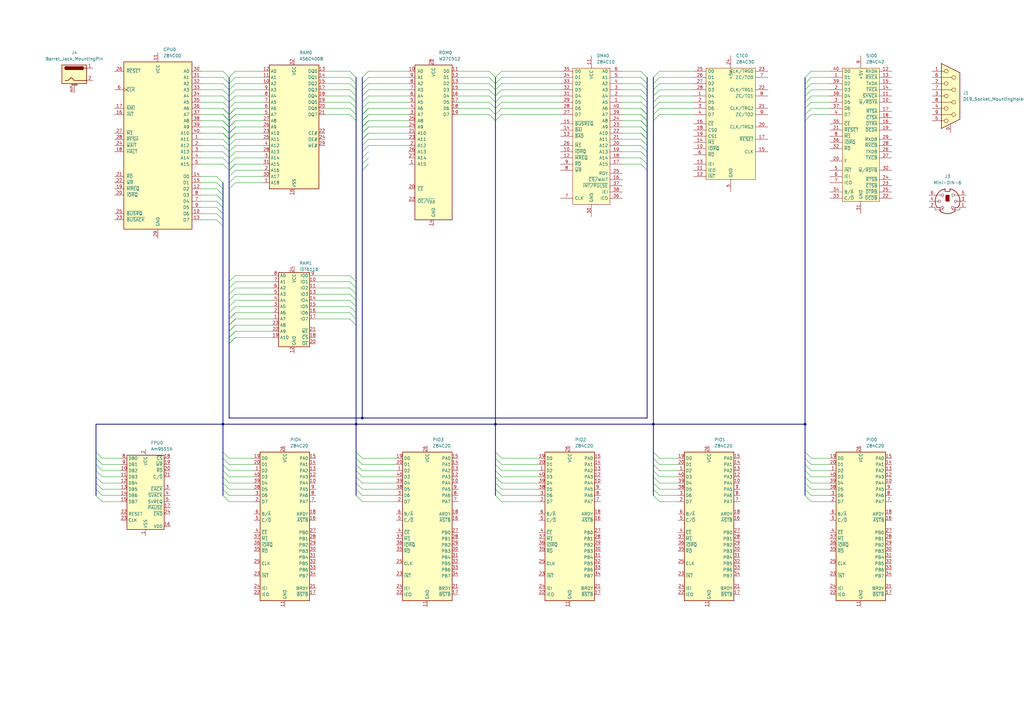
<source format=kicad_sch>
(kicad_sch (version 20250114) (generator "eeschema") (generator_version "9.0")
  (paper "A3")
  (title_block (title "Carbon Z80 - 4x Slots & Mode 2 Ints") (date "2025-02-27") (rev "1") (company "Jules Carboni"))
  (junction (at 148.59 171.45))
  (junction (at 267.97 173.99))
  (junction (at 203.2 173.99))
  (junction (at 330.2 173.99))
  (junction (at 91.44 173.99))
  (junction (at 146.05 173.99))
  (bus_entry (at 96.52 135.89) (size -2.54 2.54))
  (bus_entry (at 205.74 31.75) (size -2.54 2.54))
  (bus_entry (at 270.51 39.37) (size -2.54 2.54))
  (bus_entry (at 262.89 41.91) (size 2.54 2.54))
  (bus_entry (at 200.66 29.21) (size 2.54 2.54))
  (bus_entry (at 96.52 34.29) (size -2.54 2.54))
  (bus_entry (at 96.52 125.73) (size -2.54 2.54))
  (bus_entry (at 96.52 128.27) (size -2.54 2.54))
  (bus_entry (at 262.89 64.77) (size 2.54 2.54))
  (bus_entry (at 270.51 46.99) (size -2.54 2.54))
  (bus_entry (at 151.13 62.23) (size -2.54 2.54))
  (bus_entry (at 205.74 205.74) (size -2.54 -2.54))
  (bus_entry (at 96.52 133.35) (size -2.54 2.54))
  (bus_entry (at 270.51 190.5) (size -2.54 -2.54))
  (bus_entry (at 143.51 34.29) (size 2.54 2.54))
  (bus_entry (at 96.52 62.23) (size -2.54 2.54))
  (bus_entry (at 91.44 34.29) (size 2.54 2.54))
  (bus_entry (at 200.66 41.91) (size 2.54 2.54))
  (bus_entry (at 262.89 57.15) (size 2.54 2.54))
  (bus_entry (at 91.44 29.21) (size 2.54 2.54))
  (bus_entry (at 262.89 54.61) (size 2.54 2.54))
  (bus_entry (at 41.91 198.12) (size -2.54 -2.54))
  (bus_entry (at 148.59 200.66) (size -2.54 -2.54))
  (bus_entry (at 332.74 205.74) (size -2.54 -2.54))
  (bus_entry (at 262.89 46.99) (size 2.54 2.54))
  (bus_entry (at 205.74 203.2) (size -2.54 -2.54))
  (bus_entry (at 148.59 187.96) (size -2.54 -2.54))
  (bus_entry (at 143.51 29.21) (size 2.54 2.54))
  (bus_entry (at 200.66 31.75) (size 2.54 2.54))
  (bus_entry (at 332.74 200.66) (size -2.54 -2.54))
  (bus_entry (at 143.51 46.99) (size 2.54 2.54))
  (bus_entry (at 148.59 205.74) (size -2.54 -2.54))
  (bus_entry (at 96.52 69.85) (size -2.54 2.54))
  (bus_entry (at 91.44 39.37) (size 2.54 2.54))
  (bus_entry (at 96.52 49.53) (size -2.54 2.54))
  (bus_entry (at 262.89 54.61) (size 2.54 2.54))
  (bus_entry (at 205.74 34.29) (size -2.54 2.54))
  (bus_entry (at 270.51 36.83) (size -2.54 2.54))
  (bus_entry (at 91.44 46.99) (size 2.54 2.54))
  (bus_entry (at 143.51 44.45) (size 2.54 2.54))
  (bus_entry (at 143.51 120.65) (size 2.54 2.54))
  (bus_entry (at 143.51 115.57) (size 2.54 2.54))
  (bus_entry (at 262.89 49.53) (size 2.54 2.54))
  (bus_entry (at 332.74 29.21) (size -2.54 2.54))
  (bus_entry (at 200.66 46.99) (size 2.54 2.54))
  (bus_entry (at 151.13 34.29) (size -2.54 2.54))
  (bus_entry (at 262.89 46.99) (size 2.54 2.54))
  (bus_entry (at 96.52 128.27) (size -2.54 2.54))
  (bus_entry (at 332.74 203.2) (size -2.54 -2.54))
  (bus_entry (at 93.98 203.2) (size -2.54 -2.54))
  (bus_entry (at 91.44 54.61) (size 2.54 2.54))
  (bus_entry (at 200.66 44.45) (size 2.54 2.54))
  (bus_entry (at 93.98 187.96) (size -2.54 -2.54))
  (bus_entry (at 96.52 52.07) (size -2.54 2.54))
  (bus_entry (at 96.52 49.53) (size -2.54 2.54))
  (bus_entry (at 270.51 29.21) (size -2.54 2.54))
  (bus_entry (at 151.13 46.99) (size -2.54 2.54))
  (bus_entry (at 205.74 190.5) (size -2.54 -2.54))
  (bus_entry (at 96.52 133.35) (size -2.54 2.54))
  (bus_entry (at 88.9 80.01) (size 2.54 2.54))
  (bus_entry (at 332.74 187.96) (size -2.54 -2.54))
  (bus_entry (at 143.51 125.73) (size 2.54 2.54))
  (bus_entry (at 91.44 64.77) (size 2.54 2.54))
  (bus_entry (at 200.66 34.29) (size 2.54 2.54))
  (bus_entry (at 151.13 52.07) (size -2.54 2.54))
  (bus_entry (at 143.51 128.27) (size 2.54 2.54))
  (bus_entry (at 41.91 195.58) (size -2.54 -2.54))
  (bus_entry (at 93.98 205.74) (size -2.54 -2.54))
  (bus_entry (at 91.44 52.07) (size 2.54 2.54))
  (bus_entry (at 91.44 67.31) (size 2.54 2.54))
  (bus_entry (at 96.52 59.69) (size -2.54 2.54))
  (bus_entry (at 91.44 49.53) (size 2.54 2.54))
  (bus_entry (at 332.74 46.99) (size -2.54 2.54))
  (bus_entry (at 143.51 123.19) (size 2.54 2.54))
  (bus_entry (at 151.13 36.83) (size -2.54 2.54))
  (bus_entry (at 88.9 77.47) (size 2.54 2.54))
  (bus_entry (at 270.51 193.04) (size -2.54 -2.54))
  (bus_entry (at 96.52 44.45) (size -2.54 2.54))
  (bus_entry (at 41.91 187.96) (size -2.54 -2.54))
  (bus_entry (at 151.13 41.91) (size -2.54 2.54))
  (bus_entry (at 96.52 64.77) (size -2.54 2.54))
  (bus_entry (at 151.13 64.77) (size -2.54 2.54))
  (bus_entry (at 332.74 41.91) (size -2.54 2.54))
  (bus_entry (at 332.74 193.04) (size -2.54 -2.54))
  (bus_entry (at 262.89 62.23) (size 2.54 2.54))
  (bus_entry (at 143.51 36.83) (size 2.54 2.54))
  (bus_entry (at 88.9 72.39) (size 2.54 2.54))
  (bus_entry (at 96.52 138.43) (size -2.54 2.54))
  (bus_entry (at 262.89 29.21) (size 2.54 2.54))
  (bus_entry (at 205.74 195.58) (size -2.54 -2.54))
  (bus_entry (at 91.44 44.45) (size 2.54 2.54))
  (bus_entry (at 262.89 49.53) (size 2.54 2.54))
  (bus_entry (at 88.9 74.93) (size 2.54 2.54))
  (bus_entry (at 200.66 36.83) (size 2.54 2.54))
  (bus_entry (at 332.74 34.29) (size -2.54 2.54))
  (bus_entry (at 91.44 36.83) (size 2.54 2.54))
  (bus_entry (at 148.59 193.04) (size -2.54 -2.54))
  (bus_entry (at 151.13 59.69) (size -2.54 2.54))
  (bus_entry (at 205.74 187.96) (size -2.54 -2.54))
  (bus_entry (at 270.51 187.96) (size -2.54 -2.54))
  (bus_entry (at 88.9 82.55) (size 2.54 2.54))
  (bus_entry (at 151.13 44.45) (size -2.54 2.54))
  (bus_entry (at 96.52 113.03) (size -2.54 2.54))
  (bus_entry (at 205.74 46.99) (size -2.54 2.54))
  (bus_entry (at 143.51 118.11) (size 2.54 2.54))
  (bus_entry (at 332.74 31.75) (size -2.54 2.54))
  (bus_entry (at 200.66 39.37) (size 2.54 2.54))
  (bus_entry (at 143.51 130.81) (size 2.54 2.54))
  (bus_entry (at 91.44 62.23) (size 2.54 2.54))
  (bus_entry (at 148.59 203.2) (size -2.54 -2.54))
  (bus_entry (at 151.13 39.37) (size -2.54 2.54))
  (bus_entry (at 151.13 54.61) (size -2.54 2.54))
  (bus_entry (at 41.91 193.04) (size -2.54 -2.54))
  (bus_entry (at 91.44 49.53) (size 2.54 2.54))
  (bus_entry (at 270.51 44.45) (size -2.54 2.54))
  (bus_entry (at 96.52 41.91) (size -2.54 2.54))
  (bus_entry (at 41.91 190.5) (size -2.54 -2.54))
  (bus_entry (at 96.52 135.89) (size -2.54 2.54))
  (bus_entry (at 262.89 52.07) (size 2.54 2.54))
  (bus_entry (at 96.52 36.83) (size -2.54 2.54))
  (bus_entry (at 96.52 44.45) (size -2.54 2.54))
  (bus_entry (at 148.59 190.5) (size -2.54 -2.54))
  (bus_entry (at 262.89 39.37) (size 2.54 2.54))
  (bus_entry (at 148.59 195.58) (size -2.54 -2.54))
  (bus_entry (at 151.13 49.53) (size -2.54 2.54))
  (bus_entry (at 262.89 52.07) (size 2.54 2.54))
  (bus_entry (at 205.74 29.21) (size -2.54 2.54))
  (bus_entry (at 270.51 41.91) (size -2.54 2.54))
  (bus_entry (at 96.52 67.31) (size -2.54 2.54))
  (bus_entry (at 91.44 59.69) (size 2.54 2.54))
  (bus_entry (at 96.52 54.61) (size -2.54 2.54))
  (bus_entry (at 262.89 44.45) (size 2.54 2.54))
  (bus_entry (at 151.13 57.15) (size -2.54 2.54))
  (bus_entry (at 93.98 195.58) (size -2.54 -2.54))
  (bus_entry (at 262.89 34.29) (size 2.54 2.54))
  (bus_entry (at 91.44 46.99) (size 2.54 2.54))
  (bus_entry (at 93.98 193.04) (size -2.54 -2.54))
  (bus_entry (at 96.52 138.43) (size -2.54 2.54))
  (bus_entry (at 96.52 130.81) (size -2.54 2.54))
  (bus_entry (at 151.13 67.31) (size -2.54 2.54))
  (bus_entry (at 332.74 190.5) (size -2.54 -2.54))
  (bus_entry (at 96.52 29.21) (size -2.54 2.54))
  (bus_entry (at 262.89 67.31) (size 2.54 2.54))
  (bus_entry (at 96.52 31.75) (size -2.54 2.54))
  (bus_entry (at 270.51 205.74) (size -2.54 -2.54))
  (bus_entry (at 96.52 46.99) (size -2.54 2.54))
  (bus_entry (at 332.74 195.58) (size -2.54 -2.54))
  (bus_entry (at 205.74 36.83) (size -2.54 2.54))
  (bus_entry (at 96.52 67.31) (size -2.54 2.54))
  (bus_entry (at 270.51 31.75) (size -2.54 2.54))
  (bus_entry (at 205.74 39.37) (size -2.54 2.54))
  (bus_entry (at 96.52 39.37) (size -2.54 2.54))
  (bus_entry (at 41.91 200.66) (size -2.54 -2.54))
  (bus_entry (at 93.98 198.12) (size -2.54 -2.54))
  (bus_entry (at 270.51 203.2) (size -2.54 -2.54))
  (bus_entry (at 91.44 54.61) (size 2.54 2.54))
  (bus_entry (at 205.74 200.66) (size -2.54 -2.54))
  (bus_entry (at 205.74 41.91) (size -2.54 2.54))
  (bus_entry (at 270.51 200.66) (size -2.54 -2.54))
  (bus_entry (at 262.89 59.69) (size 2.54 2.54))
  (bus_entry (at 151.13 46.99) (size -2.54 2.54))
  (bus_entry (at 148.59 198.12) (size -2.54 -2.54))
  (bus_entry (at 143.51 39.37) (size 2.54 2.54))
  (bus_entry (at 205.74 44.45) (size -2.54 2.54))
  (bus_entry (at 270.51 195.58) (size -2.54 -2.54))
  (bus_entry (at 332.74 44.45) (size -2.54 2.54))
  (bus_entry (at 96.52 46.99) (size -2.54 2.54))
  (bus_entry (at 205.74 193.04) (size -2.54 -2.54))
  (bus_entry (at 91.44 31.75) (size 2.54 2.54))
  (bus_entry (at 88.9 87.63) (size 2.54 2.54))
  (bus_entry (at 332.74 36.83) (size -2.54 2.54))
  (bus_entry (at 262.89 36.83) (size 2.54 2.54))
  (bus_entry (at 93.98 200.66) (size -2.54 -2.54))
  (bus_entry (at 332.74 198.12) (size -2.54 -2.54))
  (bus_entry (at 205.74 198.12) (size -2.54 -2.54))
  (bus_entry (at 151.13 44.45) (size -2.54 2.54))
  (bus_entry (at 151.13 49.53) (size -2.54 2.54))
  (bus_entry (at 41.91 205.74) (size -2.54 -2.54))
  (bus_entry (at 151.13 31.75) (size -2.54 2.54))
  (bus_entry (at 151.13 52.07) (size -2.54 2.54))
  (bus_entry (at 88.9 85.09) (size 2.54 2.54))
  (bus_entry (at 96.52 72.39) (size -2.54 2.54))
  (bus_entry (at 41.91 203.2) (size -2.54 -2.54))
  (bus_entry (at 93.98 190.5) (size -2.54 -2.54))
  (bus_entry (at 96.52 74.93) (size -2.54 2.54))
  (bus_entry (at 96.52 123.19) (size -2.54 2.54))
  (bus_entry (at 96.52 115.57) (size -2.54 2.54))
  (bus_entry (at 91.44 41.91) (size 2.54 2.54))
  (bus_entry (at 332.74 39.37) (size -2.54 2.54))
  (bus_entry (at 143.51 113.03) (size 2.54 2.54))
  (bus_entry (at 262.89 31.75) (size 2.54 2.54))
  (bus_entry (at 88.9 90.17) (size 2.54 2.54))
  (bus_entry (at 96.52 118.11) (size -2.54 2.54))
  (bus_entry (at 96.52 130.81) (size -2.54 2.54))
  (bus_entry (at 143.51 41.91) (size 2.54 2.54))
  (bus_entry (at 96.52 57.15) (size -2.54 2.54))
  (bus_entry (at 91.44 57.15) (size 2.54 2.54))
  (bus_entry (at 96.52 52.07) (size -2.54 2.54))
  (bus_entry (at 91.44 44.45) (size 2.54 2.54))
  (bus_entry (at 270.51 34.29) (size -2.54 2.54))
  (bus_entry (at 91.44 52.07) (size 2.54 2.54))
  (bus_entry (at 270.51 198.12) (size -2.54 -2.54))
  (bus_entry (at 151.13 29.21) (size -2.54 2.54))
  (bus_entry (at 151.13 54.61) (size -2.54 2.54))
  (bus_entry (at 96.52 54.61) (size -2.54 2.54))
  (bus_entry (at 143.51 31.75) (size 2.54 2.54))
  (bus_entry (at 96.52 120.65) (size -2.54 2.54))
  (bus_entry (at 262.89 44.45) (size 2.54 2.54))
  (bus (pts (xy 93.98 34.29) (xy 93.98 36.83)))
  (wire (pts (xy 93.98 203.2) (xy 104.14 203.2)))
  (bus (pts (xy 267.97 41.91) (xy 267.97 44.45)))
  (bus (pts (xy 91.44 90.17) (xy 91.44 92.71)))
  (wire (pts (xy 255.27 29.21) (xy 262.89 29.21)))
  (bus (pts (xy 91.44 77.47) (xy 91.44 80.01)))
  (wire (pts (xy 82.55 29.21) (xy 91.44 29.21)))
  (wire (pts (xy 167.64 44.45) (xy 151.13 44.45)))
  (bus (pts (xy 267.97 46.99) (xy 267.97 44.45)))
  (bus (pts (xy 146.05 133.35) (xy 146.05 173.99)))
  (bus (pts (xy 93.98 118.11) (xy 93.98 120.65)))
  (bus (pts (xy 267.97 39.37) (xy 267.97 41.91)))
  (wire (pts (xy 129.54 128.27) (xy 143.51 128.27)))
  (wire (pts (xy 82.55 77.47) (xy 88.9 77.47)))
  (wire (pts (xy 167.64 54.61) (xy 151.13 54.61)))
  (bus (pts (xy 91.44 173.99) (xy 91.44 185.42)))
  (bus (pts (xy 148.59 49.53) (xy 148.59 52.07)))
  (bus (pts (xy 148.59 57.15) (xy 148.59 59.69)))
  (bus (pts (xy 267.97 49.53) (xy 267.97 173.99)))
  (wire (pts (xy 96.52 135.89) (xy 111.76 135.89)))
  (bus (pts (xy 93.98 41.91) (xy 93.98 44.45)))
  (wire (pts (xy 41.91 187.96) (xy 49.53 187.96)))
  (bus (pts (xy 91.44 85.09) (xy 91.44 87.63)))
  (wire (pts (xy 96.52 130.81) (xy 111.76 130.81)))
  (bus (pts (xy 267.97 34.29) (xy 267.97 36.83)))
  (wire (pts (xy 270.51 41.91) (xy 284.48 41.91)))
  (wire (pts (xy 167.64 36.83) (xy 151.13 36.83)))
  (wire (pts (xy 96.52 49.53) (xy 107.95 49.53)))
  (wire (pts (xy 270.51 34.29) (xy 284.48 34.29)))
  (bus (pts (xy 146.05 187.96) (xy 146.05 185.42)))
  (wire (pts (xy 205.74 200.66) (xy 220.98 200.66)))
  (bus (pts (xy 146.05 46.99) (xy 146.05 49.53)))
  (wire (pts (xy 96.52 67.31) (xy 107.95 67.31)))
  (bus (pts (xy 148.59 41.91) (xy 148.59 44.45)))
  (wire (pts (xy 270.51 31.75) (xy 284.48 31.75)))
  (wire (pts (xy 129.54 118.11) (xy 143.51 118.11)))
  (wire (pts (xy 167.64 39.37) (xy 151.13 39.37)))
  (wire (pts (xy 255.27 39.37) (xy 262.89 39.37)))
  (wire (pts (xy 96.52 52.07) (xy 107.95 52.07)))
  (wire (pts (xy 205.74 187.96) (xy 220.98 187.96)))
  (bus (pts (xy 146.05 49.53) (xy 146.05 115.57)))
  (wire (pts (xy 148.59 187.96) (xy 162.56 187.96)))
  (wire (pts (xy 270.51 205.74) (xy 278.13 205.74)))
  (wire (pts (xy 205.74 36.83) (xy 229.87 36.83)))
  (bus (pts (xy 93.98 67.31) (xy 93.98 69.85)))
  (wire (pts (xy 332.74 187.96) (xy 340.36 187.96)))
  (bus (pts (xy 146.05 34.29) (xy 146.05 36.83)))
  (wire (pts (xy 255.27 62.23) (xy 262.89 62.23)))
  (wire (pts (xy 270.51 29.21) (xy 284.48 29.21)))
  (bus (pts (xy 330.2 39.37) (xy 330.2 41.91)))
  (bus (pts (xy 93.98 57.15) (xy 93.98 59.69)))
  (wire (pts (xy 205.74 205.74) (xy 220.98 205.74)))
  (bus (pts (xy 267.97 36.83) (xy 267.97 39.37)))
  (wire (pts (xy 96.52 120.65) (xy 111.76 120.65)))
  (wire (pts (xy 255.27 36.83) (xy 262.89 36.83)))
  (wire (pts (xy 332.74 200.66) (xy 340.36 200.66)))
  (wire (pts (xy 82.55 52.07) (xy 91.44 52.07)))
  (bus (pts (xy 91.44 203.2) (xy 91.44 200.66)))
  (bus (pts (xy 265.43 64.77) (xy 265.43 67.31)))
  (wire (pts (xy 82.55 72.39) (xy 88.9 72.39)))
  (wire (pts (xy 148.59 193.04) (xy 162.56 193.04)))
  (wire (pts (xy 205.74 46.99) (xy 229.87 46.99)))
  (wire (pts (xy 332.74 205.74) (xy 340.36 205.74)))
  (bus (pts (xy 265.43 39.37) (xy 265.43 41.91)))
  (wire (pts (xy 148.59 200.66) (xy 162.56 200.66)))
  (bus (pts (xy 146.05 130.81) (xy 146.05 133.35)))
  (bus (pts (xy 146.05 198.12) (xy 146.05 195.58)))
  (wire (pts (xy 82.55 59.69) (xy 91.44 59.69)))
  (wire (pts (xy 205.74 31.75) (xy 229.87 31.75)))
  (bus (pts (xy 265.43 44.45) (xy 265.43 46.99)))
  (wire (pts (xy 96.52 74.93) (xy 107.95 74.93)))
  (wire (pts (xy 93.98 195.58) (xy 104.14 195.58)))
  (wire (pts (xy 270.51 193.04) (xy 278.13 193.04)))
  (bus (pts (xy 267.97 173.99) (xy 330.2 173.99)))
  (bus (pts (xy 91.44 200.66) (xy 91.44 198.12)))
  (bus (pts (xy 265.43 57.15) (xy 265.43 59.69)))
  (bus (pts (xy 93.98 128.27) (xy 93.98 130.81)))
  (bus (pts (xy 93.98 125.73) (xy 93.98 128.27)))
  (bus (pts (xy 148.59 46.99) (xy 148.59 49.53)))
  (wire (pts (xy 205.74 190.5) (xy 220.98 190.5)))
  (bus (pts (xy 203.2 173.99) (xy 203.2 185.42)))
  (bus (pts (xy 330.2 44.45) (xy 330.2 46.99)))
  (wire (pts (xy 96.52 113.03) (xy 111.76 113.03)))
  (wire (pts (xy 332.74 46.99) (xy 340.36 46.99)))
  (bus (pts (xy 91.44 198.12) (xy 91.44 195.58)))
  (wire (pts (xy 270.51 203.2) (xy 278.13 203.2)))
  (bus (pts (xy 93.98 171.45) (xy 148.59 171.45)))
  (bus (pts (xy 39.37 190.5) (xy 39.37 187.96)))
  (wire (pts (xy 96.52 46.99) (xy 107.95 46.99)))
  (bus (pts (xy 91.44 87.63) (xy 91.44 90.17)))
  (wire (pts (xy 41.91 198.12) (xy 49.53 198.12)))
  (bus (pts (xy 330.2 34.29) (xy 330.2 36.83)))
  (bus (pts (xy 330.2 46.99) (xy 330.2 49.53)))
  (bus (pts (xy 146.05 203.2) (xy 146.05 200.66)))
  (bus (pts (xy 39.37 198.12) (xy 39.37 195.58)))
  (wire (pts (xy 270.51 190.5) (xy 278.13 190.5)))
  (bus (pts (xy 330.2 41.91) (xy 330.2 44.45)))
  (wire (pts (xy 96.52 125.73) (xy 111.76 125.73)))
  (wire (pts (xy 133.35 39.37) (xy 143.51 39.37)))
  (bus (pts (xy 93.98 69.85) (xy 93.98 72.39)))
  (wire (pts (xy 82.55 80.01) (xy 88.9 80.01)))
  (bus (pts (xy 148.59 67.31) (xy 148.59 69.85)))
  (wire (pts (xy 270.51 44.45) (xy 284.48 44.45)))
  (wire (pts (xy 187.96 46.99) (xy 200.66 46.99)))
  (bus (pts (xy 148.59 62.23) (xy 148.59 64.77)))
  (bus (pts (xy 267.97 49.53) (xy 267.97 46.99)))
  (bus (pts (xy 330.2 195.58) (xy 330.2 193.04)))
  (wire (pts (xy 129.54 115.57) (xy 143.51 115.57)))
  (wire (pts (xy 332.74 203.2) (xy 340.36 203.2)))
  (bus (pts (xy 93.98 123.19) (xy 93.98 125.73)))
  (wire (pts (xy 167.64 57.15) (xy 151.13 57.15)))
  (wire (pts (xy 82.55 74.93) (xy 88.9 74.93)))
  (wire (pts (xy 167.64 29.21) (xy 151.13 29.21)))
  (wire (pts (xy 255.27 54.61) (xy 262.89 54.61)))
  (wire (pts (xy 82.55 54.61) (xy 91.44 54.61)))
  (wire (pts (xy 332.74 193.04) (xy 340.36 193.04)))
  (wire (pts (xy 255.27 67.31) (xy 262.89 67.31)))
  (wire (pts (xy 129.54 120.65) (xy 143.51 120.65)))
  (wire (pts (xy 129.54 123.19) (xy 143.51 123.19)))
  (wire (pts (xy 82.55 85.09) (xy 88.9 85.09)))
  (bus (pts (xy 93.98 72.39) (xy 93.98 74.93)))
  (wire (pts (xy 133.35 36.83) (xy 143.51 36.83)))
  (wire (pts (xy 148.59 203.2) (xy 162.56 203.2)))
  (wire (pts (xy 82.55 82.55) (xy 88.9 82.55)))
  (bus (pts (xy 148.59 34.29) (xy 148.59 36.83)))
  (bus (pts (xy 146.05 120.65) (xy 146.05 123.19)))
  (bus (pts (xy 265.43 54.61) (xy 265.43 57.15)))
  (bus (pts (xy 265.43 46.99) (xy 265.43 49.53)))
  (wire (pts (xy 96.52 39.37) (xy 107.95 39.37)))
  (bus (pts (xy 148.59 59.69) (xy 148.59 62.23)))
  (wire (pts (xy 255.27 64.77) (xy 262.89 64.77)))
  (bus (pts (xy 265.43 62.23) (xy 265.43 64.77)))
  (bus (pts (xy 39.37 173.99) (xy 39.37 185.42)))
  (bus (pts (xy 203.2 41.91) (xy 203.2 44.45)))
  (bus (pts (xy 265.43 36.83) (xy 265.43 39.37)))
  (wire (pts (xy 82.55 34.29) (xy 91.44 34.29)))
  (wire (pts (xy 41.91 205.74) (xy 49.53 205.74)))
  (wire (pts (xy 205.74 203.2) (xy 220.98 203.2)))
  (bus (pts (xy 91.44 193.04) (xy 91.44 190.5)))
  (bus (pts (xy 203.2 200.66) (xy 203.2 198.12)))
  (wire (pts (xy 255.27 49.53) (xy 262.89 49.53)))
  (wire (pts (xy 133.35 46.99) (xy 143.51 46.99)))
  (wire (pts (xy 41.91 193.04) (xy 49.53 193.04)))
  (bus (pts (xy 39.37 193.04) (xy 39.37 190.5)))
  (wire (pts (xy 96.52 31.75) (xy 107.95 31.75)))
  (wire (pts (xy 270.51 187.96) (xy 278.13 187.96)))
  (bus (pts (xy 148.59 36.83) (xy 148.59 39.37)))
  (wire (pts (xy 96.52 62.23) (xy 107.95 62.23)))
  (bus (pts (xy 146.05 36.83) (xy 146.05 39.37)))
  (wire (pts (xy 187.96 41.91) (xy 200.66 41.91)))
  (bus (pts (xy 91.44 187.96) (xy 91.44 185.42)))
  (wire (pts (xy 82.55 39.37) (xy 91.44 39.37)))
  (wire (pts (xy 148.59 205.74) (xy 162.56 205.74)))
  (bus (pts (xy 330.2 31.75) (xy 330.2 34.29)))
  (wire (pts (xy 82.55 67.31) (xy 91.44 67.31)))
  (bus (pts (xy 146.05 118.11) (xy 146.05 120.65)))
  (wire (pts (xy 187.96 34.29) (xy 200.66 34.29)))
  (wire (pts (xy 93.98 193.04) (xy 104.14 193.04)))
  (bus (pts (xy 91.44 74.93) (xy 91.44 77.47)))
  (bus (pts (xy 91.44 195.58) (xy 91.44 193.04)))
  (wire (pts (xy 93.98 198.12) (xy 104.14 198.12)))
  (wire (pts (xy 332.74 34.29) (xy 340.36 34.29)))
  (wire (pts (xy 96.52 118.11) (xy 111.76 118.11)))
  (bus (pts (xy 93.98 49.53) (xy 93.98 52.07)))
  (wire (pts (xy 93.98 187.96) (xy 104.14 187.96)))
  (bus (pts (xy 330.2 200.66) (xy 330.2 198.12)))
  (wire (pts (xy 96.52 59.69) (xy 107.95 59.69)))
  (bus (pts (xy 39.37 187.96) (xy 39.37 185.42)))
  (wire (pts (xy 270.51 36.83) (xy 284.48 36.83)))
  (bus (pts (xy 330.2 49.53) (xy 330.2 173.99)))
  (wire (pts (xy 82.55 87.63) (xy 88.9 87.63)))
  (wire (pts (xy 255.27 52.07) (xy 262.89 52.07)))
  (wire (pts (xy 255.27 44.45) (xy 262.89 44.45)))
  (bus (pts (xy 91.44 80.01) (xy 91.44 82.55)))
  (wire (pts (xy 96.52 138.43) (xy 111.76 138.43)))
  (wire (pts (xy 133.35 34.29) (xy 143.51 34.29)))
  (wire (pts (xy 332.74 36.83) (xy 340.36 36.83)))
  (bus (pts (xy 203.2 46.99) (xy 203.2 44.45)))
  (wire (pts (xy 332.74 195.58) (xy 340.36 195.58)))
  (bus (pts (xy 93.98 64.77) (xy 93.98 67.31)))
  (wire (pts (xy 332.74 41.91) (xy 340.36 41.91)))
  (wire (pts (xy 82.55 41.91) (xy 91.44 41.91)))
  (bus (pts (xy 203.2 31.75) (xy 203.2 34.29)))
  (bus (pts (xy 146.05 125.73) (xy 146.05 128.27)))
  (wire (pts (xy 133.35 41.91) (xy 143.51 41.91)))
  (bus (pts (xy 93.98 59.69) (xy 93.98 62.23)))
  (wire (pts (xy 332.74 44.45) (xy 340.36 44.45)))
  (wire (pts (xy 82.55 57.15) (xy 91.44 57.15)))
  (wire (pts (xy 255.27 31.75) (xy 262.89 31.75)))
  (wire (pts (xy 167.64 41.91) (xy 151.13 41.91)))
  (bus (pts (xy 146.05 173.99) (xy 91.44 173.99)))
  (bus (pts (xy 330.2 173.99) (xy 330.2 185.42)))
  (bus (pts (xy 146.05 173.99) (xy 203.2 173.99)))
  (wire (pts (xy 187.96 31.75) (xy 200.66 31.75)))
  (wire (pts (xy 148.59 198.12) (xy 162.56 198.12)))
  (bus (pts (xy 146.05 44.45) (xy 146.05 46.99)))
  (bus (pts (xy 265.43 49.53) (xy 265.43 52.07)))
  (bus (pts (xy 203.2 34.29) (xy 203.2 36.83)))
  (wire (pts (xy 270.51 195.58) (xy 278.13 195.58)))
  (bus (pts (xy 93.98 31.75) (xy 93.98 34.29)))
  (wire (pts (xy 187.96 29.21) (xy 200.66 29.21)))
  (bus (pts (xy 93.98 44.45) (xy 93.98 46.99)))
  (wire (pts (xy 205.74 39.37) (xy 229.87 39.37)))
  (bus (pts (xy 330.2 190.5) (xy 330.2 187.96)))
  (wire (pts (xy 205.74 29.21) (xy 229.87 29.21)))
  (wire (pts (xy 332.74 39.37) (xy 340.36 39.37)))
  (wire (pts (xy 167.64 31.75) (xy 151.13 31.75)))
  (wire (pts (xy 96.52 54.61) (xy 107.95 54.61)))
  (wire (pts (xy 96.52 44.45) (xy 107.95 44.45)))
  (wire (pts (xy 96.52 36.83) (xy 107.95 36.83)))
  (wire (pts (xy 205.74 193.04) (xy 220.98 193.04)))
  (bus (pts (xy 39.37 195.58) (xy 39.37 193.04)))
  (bus (pts (xy 203.2 187.96) (xy 203.2 185.42)))
  (bus (pts (xy 146.05 193.04) (xy 146.05 190.5)))
  (bus (pts (xy 267.97 187.96) (xy 267.97 185.42)))
  (bus (pts (xy 330.2 198.12) (xy 330.2 195.58)))
  (bus (pts (xy 330.2 187.96) (xy 330.2 185.42)))
  (wire (pts (xy 96.52 64.77) (xy 107.95 64.77)))
  (wire (pts (xy 96.52 29.21) (xy 107.95 29.21)))
  (wire (pts (xy 332.74 190.5) (xy 340.36 190.5)))
  (wire (pts (xy 205.74 195.58) (xy 220.98 195.58)))
  (bus (pts (xy 93.98 77.47) (xy 93.98 115.57)))
  (wire (pts (xy 270.51 39.37) (xy 284.48 39.37)))
  (bus (pts (xy 39.37 173.99) (xy 91.44 173.99)))
  (wire (pts (xy 270.51 198.12) (xy 278.13 198.12)))
  (bus (pts (xy 203.2 49.53) (xy 203.2 173.99)))
  (wire (pts (xy 205.74 34.29) (xy 229.87 34.29)))
  (bus (pts (xy 267.97 198.12) (xy 267.97 195.58)))
  (bus (pts (xy 146.05 123.19) (xy 146.05 125.73)))
  (wire (pts (xy 133.35 31.75) (xy 143.51 31.75)))
  (wire (pts (xy 205.74 44.45) (xy 229.87 44.45)))
  (wire (pts (xy 96.52 72.39) (xy 107.95 72.39)))
  (wire (pts (xy 82.55 46.99) (xy 91.44 46.99)))
  (bus (pts (xy 91.44 190.5) (xy 91.44 187.96)))
  (wire (pts (xy 41.91 203.2) (xy 49.53 203.2)))
  (bus (pts (xy 146.05 31.75) (xy 146.05 34.29)))
  (bus (pts (xy 146.05 115.57) (xy 146.05 118.11)))
  (wire (pts (xy 167.64 52.07) (xy 151.13 52.07)))
  (wire (pts (xy 93.98 200.66) (xy 104.14 200.66)))
  (wire (pts (xy 255.27 34.29) (xy 262.89 34.29)))
  (wire (pts (xy 82.55 90.17) (xy 88.9 90.17)))
  (wire (pts (xy 167.64 49.53) (xy 151.13 49.53)))
  (bus (pts (xy 93.98 120.65) (xy 93.98 123.19)))
  (bus (pts (xy 148.59 171.45) (xy 265.43 171.45)))
  (wire (pts (xy 332.74 29.21) (xy 340.36 29.21)))
  (bus (pts (xy 330.2 36.83) (xy 330.2 39.37)))
  (wire (pts (xy 82.55 36.83) (xy 91.44 36.83)))
  (bus (pts (xy 93.98 39.37) (xy 93.98 41.91)))
  (bus (pts (xy 93.98 138.43) (xy 93.98 140.97)))
  (bus (pts (xy 203.2 173.99) (xy 267.97 173.99)))
  (bus (pts (xy 146.05 190.5) (xy 146.05 187.96)))
  (wire (pts (xy 41.91 190.5) (xy 49.53 190.5)))
  (wire (pts (xy 332.74 31.75) (xy 340.36 31.75)))
  (wire (pts (xy 96.52 133.35) (xy 111.76 133.35)))
  (bus (pts (xy 93.98 36.83) (xy 93.98 39.37)))
  (wire (pts (xy 205.74 198.12) (xy 220.98 198.12)))
  (bus (pts (xy 146.05 195.58) (xy 146.05 193.04)))
  (bus (pts (xy 93.98 54.61) (xy 93.98 57.15)))
  (bus (pts (xy 39.37 203.2) (xy 39.37 200.66)))
  (bus (pts (xy 93.98 115.57) (xy 93.98 118.11)))
  (wire (pts (xy 255.27 57.15) (xy 262.89 57.15)))
  (wire (pts (xy 187.96 39.37) (xy 200.66 39.37)))
  (wire (pts (xy 205.74 41.91) (xy 229.87 41.91)))
  (bus (pts (xy 93.98 140.97) (xy 93.98 171.45)))
  (wire (pts (xy 255.27 59.69) (xy 262.89 59.69)))
  (bus (pts (xy 330.2 203.2) (xy 330.2 200.66)))
  (bus (pts (xy 93.98 52.07) (xy 93.98 54.61)))
  (bus (pts (xy 203.2 203.2) (xy 203.2 200.66)))
  (bus (pts (xy 203.2 36.83) (xy 203.2 39.37)))
  (bus (pts (xy 146.05 200.66) (xy 146.05 198.12)))
  (bus (pts (xy 203.2 198.12) (xy 203.2 195.58)))
  (wire (pts (xy 187.96 44.45) (xy 200.66 44.45)))
  (bus (pts (xy 93.98 130.81) (xy 93.98 133.35)))
  (bus (pts (xy 203.2 195.58) (xy 203.2 193.04)))
  (bus (pts (xy 146.05 41.91) (xy 146.05 44.45)))
  (bus (pts (xy 330.2 193.04) (xy 330.2 190.5)))
  (bus (pts (xy 265.43 34.29) (xy 265.43 36.83)))
  (wire (pts (xy 148.59 195.58) (xy 162.56 195.58)))
  (bus (pts (xy 265.43 59.69) (xy 265.43 62.23)))
  (wire (pts (xy 129.54 113.03) (xy 143.51 113.03)))
  (wire (pts (xy 148.59 190.5) (xy 162.56 190.5)))
  (bus (pts (xy 265.43 52.07) (xy 265.43 54.61)))
  (bus (pts (xy 148.59 52.07) (xy 148.59 54.61)))
  (bus (pts (xy 39.37 200.66) (xy 39.37 198.12)))
  (wire (pts (xy 82.55 31.75) (xy 91.44 31.75)))
  (bus (pts (xy 267.97 200.66) (xy 267.97 198.12)))
  (bus (pts (xy 146.05 173.99) (xy 146.05 185.42)))
  (bus (pts (xy 203.2 39.37) (xy 203.2 41.91)))
  (bus (pts (xy 265.43 41.91) (xy 265.43 44.45)))
  (bus (pts (xy 148.59 64.77) (xy 148.59 67.31)))
  (wire (pts (xy 167.64 34.29) (xy 151.13 34.29)))
  (wire (pts (xy 82.55 62.23) (xy 91.44 62.23)))
  (bus (pts (xy 148.59 44.45) (xy 148.59 46.99)))
  (wire (pts (xy 133.35 44.45) (xy 143.51 44.45)))
  (wire (pts (xy 96.52 34.29) (xy 107.95 34.29)))
  (bus (pts (xy 265.43 67.31) (xy 265.43 69.85)))
  (wire (pts (xy 82.55 64.77) (xy 91.44 64.77)))
  (wire (pts (xy 133.35 29.21) (xy 143.51 29.21)))
  (wire (pts (xy 332.74 198.12) (xy 340.36 198.12)))
  (bus (pts (xy 267.97 193.04) (xy 267.97 190.5)))
  (wire (pts (xy 96.52 128.27) (xy 111.76 128.27)))
  (bus (pts (xy 267.97 31.75) (xy 267.97 34.29)))
  (wire (pts (xy 187.96 36.83) (xy 200.66 36.83)))
  (wire (pts (xy 93.98 190.5) (xy 104.14 190.5)))
  (bus (pts (xy 146.05 128.27) (xy 146.05 130.81)))
  (bus (pts (xy 91.44 92.71) (xy 91.44 173.99)))
  (wire (pts (xy 41.91 200.66) (xy 49.53 200.66)))
  (bus (pts (xy 265.43 31.75) (xy 265.43 34.29)))
  (bus (pts (xy 93.98 133.35) (xy 93.98 135.89)))
  (wire (pts (xy 167.64 59.69) (xy 151.13 59.69)))
  (bus (pts (xy 93.98 62.23) (xy 93.98 64.77)))
  (wire (pts (xy 129.54 125.73) (xy 143.51 125.73)))
  (bus (pts (xy 265.43 69.85) (xy 265.43 171.45)))
  (wire (pts (xy 93.98 205.74) (xy 104.14 205.74)))
  (bus (pts (xy 91.44 82.55) (xy 91.44 85.09)))
  (wire (pts (xy 255.27 41.91) (xy 262.89 41.91)))
  (wire (pts (xy 82.55 49.53) (xy 91.44 49.53)))
  (bus (pts (xy 267.97 173.99) (xy 267.97 185.42)))
  (bus (pts (xy 203.2 193.04) (xy 203.2 190.5)))
  (bus (pts (xy 148.59 31.75) (xy 148.59 34.29)))
  (wire (pts (xy 82.55 44.45) (xy 91.44 44.45)))
  (bus (pts (xy 267.97 195.58) (xy 267.97 193.04)))
  (wire (pts (xy 96.52 69.85) (xy 107.95 69.85)))
  (bus (pts (xy 148.59 39.37) (xy 148.59 41.91)))
  (bus (pts (xy 148.59 54.61) (xy 148.59 57.15)))
  (wire (pts (xy 96.52 123.19) (xy 111.76 123.19)))
  (bus (pts (xy 93.98 46.99) (xy 93.98 49.53)))
  (wire (pts (xy 129.54 130.81) (xy 143.51 130.81)))
  (wire (pts (xy 41.91 195.58) (xy 49.53 195.58)))
  (wire (pts (xy 96.52 41.91) (xy 107.95 41.91)))
  (wire (pts (xy 96.52 57.15) (xy 107.95 57.15)))
  (bus (pts (xy 203.2 190.5) (xy 203.2 187.96)))
  (bus (pts (xy 148.59 69.85) (xy 148.59 171.45)))
  (bus (pts (xy 93.98 135.89) (xy 93.98 138.43)))
  (wire (pts (xy 270.51 200.66) (xy 278.13 200.66)))
  (bus (pts (xy 267.97 190.5) (xy 267.97 187.96)))
  (bus (pts (xy 203.2 49.53) (xy 203.2 46.99)))
  (bus (pts (xy 146.05 39.37) (xy 146.05 41.91)))
  (wire (pts (xy 96.52 115.57) (xy 111.76 115.57)))
  (wire (pts (xy 270.51 46.99) (xy 284.48 46.99)))
  (wire (pts (xy 167.64 46.99) (xy 151.13 46.99)))
  (bus (pts (xy 267.97 203.2) (xy 267.97 200.66)))
  (wire (pts (xy 255.27 46.99) (xy 262.89 46.99)))
  (bus (pts (xy 93.98 74.93) (xy 93.98 77.47)))
  (symbol (lib_id "CPU:Z80CPU") (at 64.77 59.69 0) (unit 1)
    (property "Reference" "CPU0" (at 66.9133 20.32 0) (effects (justify left)))
    (property "Value" "Z84C00" (at 66.9133 22.86 0) (effects (justify left)))
    (property "Footprint" "Package_DIP:DIP-40_W15.24mm_Socket" (effects (hide yes)))
    (property "Datasheet" "www.zilog.com/manage_directlink.php?filepath=docs/z80/um0080" (effects (hide yes)))
    (property "Description" "8-bit General Purpose Microprocessor, DIP-40" (effects (hide yes)))
  )
  (symbol (lib_id "CarbonZ80_Library:Am9511") (at 59.69 198.12 0) (unit 1)
    (property "Reference" "FPU0" (at 61.8333 181.61 0) (effects (justify left)))
    (property "Value" "Am9511A" (at 61.8333 184.15 0) (effects (justify left)))
    (property "Footprint" "Package_DIP:DIP-24_W15.24mm_Socket" (effects (hide yes)))
    (property "Description" "AMD Am9511/A FPU" (effects (hide yes)))
  )
  (symbol (lib_id "Zilog_Z80_Peripherals:PIO-DIP-40") (at 106.68 185.42 0) (unit 1)
    (property "Reference" "PIO4" (at 118.9833 180.34 0) (effects (justify left)))
    (property "Value" "Z84C20" (at 118.9833 182.88 0) (effects (justify left)))
    (property "Footprint" "Package_DIP:DIP-40_W15.24mm_Socket" (effects (hide yes)))
    (property "Datasheet" "https://www.zilog.com/appnotes_download.php?FromPage=DirectLink&dn=PS0180&ft=Product%20Specification%20(Data%20Sheet)%20%20&f=YUhSMGNEb3ZMM2QzZHk1NmFXeHZaeTVqYjIwdlpHOWpjeTk2T0RBdmNITXdNVGd3TG5Ca1pnPT0=" (effects (hide yes)))
    (property "Description" "ZILOG PIO DIP-40 Z84C20 Z8420" (effects (hide yes)))
  )
  (symbol (lib_id "Zilog_Z80_Peripherals:DMA-DIP-40") (at 234.95 27.94 0) (unit 1)
    (property "Reference" "DMA0" (at 244.7133 22.86 0) (effects (justify left)))
    (property "Value" "Z84C10" (at 244.7133 25.4 0) (effects (justify left)))
    (property "Footprint" "Package_DIP:DIP-40_W15.24mm_Socket" (effects (hide yes)))
    (property "Datasheet" "http://www.zilog.com/docs/z80/ps0183.pdf" (effects (hide yes)))
    (property "Description" "Z8410 DMA Zilog Z8410" (effects (hide yes)))
    (property "Height" "4.06" (effects (hide yes)))
    (property "Manufacturer_Name" "Zilog" (effects (hide yes)))
    (property "Manufacturer_Part_Number" "Z84C4206PEG" (effects (hide yes)))
    (property "Mouser Part Number" "692-Z84C4206PEG" (effects (hide yes)))
    (property "Mouser Price/Stock" "https://www.mouser.com/Search/Refine.aspx?Keyword=692-Z84C4206PEG" (effects (hide yes)))
    (property "RS Part Number" "6600766" (effects (hide yes)))
    (property "RS Price/Stock" "https://uk.rs-online.com/web/p/products/6600766" (effects (hide yes)))
    (property "Allied_Number" "R1000052" (effects (hide yes)))
    (property "Allied Price/Stock" "https://www.alliedelec.com/zilog-z84c4206peg/R1000052/" (effects (hide yes)))
  )
  (symbol (lib_id "Zilog_Z80_Peripherals:PIO-DIP-40") (at 165.1 185.42 0) (unit 1)
    (property "Reference" "PIO3" (at 177.4033 180.34 0) (effects (justify left)))
    (property "Value" "Z84C20" (at 177.4033 182.88 0) (effects (justify left)))
    (property "Footprint" "Package_DIP:DIP-40_W15.24mm_Socket" (effects (hide yes)))
    (property "Datasheet" "https://www.zilog.com/appnotes_download.php?FromPage=DirectLink&dn=PS0180&ft=Product%20Specification%20(Data%20Sheet)%20%20&f=YUhSMGNEb3ZMM2QzZHk1NmFXeHZaeTVqYjIwdlpHOWpjeTk2T0RBdmNITXdNVGd3TG5Ca1pnPT0=" (effects (hide yes)))
    (property "Description" "ZILOG PIO DIP-40 Z84C20 Z8420" (effects (hide yes)))
  )
  (symbol (lib_id "Connector:DE9_Socket_MountingHoles") (at 389.89 39.37 0) (unit 1)
    (property "Reference" "J1" (at 394.97 38.0999 0) (effects (justify left)))
    (property "Value" "DE9_Socket_MountingHoles" (at 394.97 40.6399 0) (effects (justify left)))
    (property "Footprint" "Connector_Dsub:DSUB-9_Socket_Horizontal_P2.77x2.84mm_EdgePinOffset7.70mm_Housed_MountingHolesOffset9.12mm" (effects (hide yes)))
    (property "Description" "9-pin D-SUB connector, socket (female), Mounting Hole" (effects (hide yes)))
  )
  (symbol (lib_id "Zilog_Z80_Peripherals:SIO2-DIP-40") (at 345.44 27.94 0) (unit 1)
    (property "Reference" "SIO0" (at 355.2033 22.86 0) (effects (justify left)))
    (property "Value" "Z84C42" (at 355.2033 25.4 0) (effects (justify left)))
    (property "Footprint" "Package_DIP:DIP-40_W15.24mm_Socket" (effects (hide yes)))
    (property "Datasheet" "http://www.zilog.com/docs/z80/ps0183.pdf" (effects (hide yes)))
    (property "Description" "Z80 CMOS SIO/2 Z84C42 Zilog" (effects (hide yes)))
    (property "Height" "4.06" (effects (hide yes)))
    (property "Manufacturer_Name" "Zilog" (effects (hide yes)))
    (property "Manufacturer_Part_Number" "Z84C4206PEG" (effects (hide yes)))
    (property "Mouser Part Number" "692-Z84C4206PEG" (effects (hide yes)))
    (property "Mouser Price/Stock" "https://www.mouser.com/Search/Refine.aspx?Keyword=692-Z84C4206PEG" (effects (hide yes)))
    (property "RS Part Number" "6600766" (effects (hide yes)))
    (property "RS Price/Stock" "https://uk.rs-online.com/web/p/products/6600766" (effects (hide yes)))
    (property "Allied_Number" "R1000052" (effects (hide yes)))
    (property "Allied Price/Stock" "https://www.alliedelec.com/zilog-z84c4206peg/R1000052/" (effects (hide yes)))
  )
  (symbol (lib_id "Connector:Mini-DIN-6") (at 388.62 82.55 0) (unit 1)
    (property "Reference" "J3" (at 388.6377 72.39 0))
    (property "Value" "Mini-DIN-6" (at 388.6377 74.93 0))
    (property "Datasheet" "http://service.powerdynamics.com/ec/Catalog17/Section%2011.pdf" (effects (hide yes)))
    (property "Description" "6-pin Mini-DIN connector" (effects (hide yes)))
  )
  (symbol (lib_id "Connector:Barrel_Jack_MountingPin") (at 30.48 30.48 0) (unit 1)
    (property "Reference" "J4" (at 30.48 21.59 0))
    (property "Value" "Barrel_Jack_MountingPin" (at 30.48 24.13 0))
    (property "Footprint" "Connector_BarrelJack:BarrelJack_Horizontal" (effects (hide yes)))
    (property "Description" "DC Barrel Jack with a mounting pin" (effects (hide yes)))
  )
  (symbol (lib_id "8Bit_Chips:W27C512") (at 177.8 58.42 0) (unit 1)
    (property "Reference" "ROM0" (at 179.9433 21.59 0) (effects (justify left)))
    (property "Value" "W27C512" (at 179.9433 24.13 0) (effects (justify left)))
    (property "Footprint" "Package_DIP:DIP-28_W15.24mm_Socket" (effects (hide yes)))
    (property "Description" "64K ×  8 ELECTRICALLY ERASABLE EPROM" (effects (hide yes)))
  )
  (symbol (lib_id "Zilog_Z80_Peripherals:PIO-DIP-40") (at 280.67 185.42 0) (unit 1)
    (property "Reference" "PIO1" (at 292.9733 180.34 0) (effects (justify left)))
    (property "Value" "Z84C20" (at 292.9733 182.88 0) (effects (justify left)))
    (property "Footprint" "Package_DIP:DIP-40_W15.24mm_Socket" (effects (hide yes)))
    (property "Datasheet" "https://www.zilog.com/appnotes_download.php?FromPage=DirectLink&dn=PS0180&ft=Product%20Specification%20(Data%20Sheet)%20%20&f=YUhSMGNEb3ZMM2QzZHk1NmFXeHZaeTVqYjIwdlpHOWpjeTk2T0RBdmNITXdNVGd3TG5Ca1pnPT0=" (effects (hide yes)))
    (property "Description" "ZILOG PIO DIP-40 Z84C20 Z8420" (effects (hide yes)))
  )
  (symbol (lib_id "CarbonZ80_Library:IDT6116") (at 120.65 125.73 0) (unit 1)
    (property "Reference" "RAM1" (at 122.7933 107.95 0) (effects (justify left)))
    (property "Value" "IDT6116" (at 122.7933 110.49 0) (effects (justify left)))
    (property "Footprint" "Package_DIP:DIP-24_W15.24mm_Socket" (effects (hide yes)))
    (property "Description" "2K x 8 SRAM" (effects (hide yes)))
  )
  (symbol (lib_id "Zilog_Z80_Peripherals:CTC-DIP-28") (at 289.56 27.94 0) (unit 1)
    (property "Reference" "CTC0" (at 301.8633 22.86 0) (effects (justify left)))
    (property "Value" "Z84C30" (at 301.8633 25.4 0) (effects (justify left)))
    (property "Footprint" "Package_DIP:DIP-28_W15.24mm_Socket" (effects (hide yes)))
    (property "Datasheet" "http://www.zilog.com/docs/z80/ps0181.pdf" (effects (hide yes)))
    (property "Description" "Z8430 Zilog CTC" (effects (hide yes)))
    (property "Height" "5.21" (effects (hide yes)))
    (property "Manufacturer_Name" "Zilog" (effects (hide yes)))
    (property "Manufacturer_Part_Number" "Z84C3010PEG" (effects (hide yes)))
    (property "Mouser Part Number" "692-Z84C3010PEG" (effects (hide yes)))
    (property "Mouser Price/Stock" "https://www.mouser.com/Search/Refine.aspx?Keyword=692-Z84C3010PEG" (effects (hide yes)))
  )
  (symbol (lib_id "Memory_RAM:AS6C4008-55PCN") (at 120.65 52.07 0) (unit 1)
    (property "Reference" "RAM0" (at 122.7933 21.59 0) (effects (justify left)))
    (property "Value" "AS6C4008" (at 122.7933 24.13 0) (effects (justify left)))
    (property "Footprint" "PCM_Package_DIP_AKL:DIP-32_W15.24mm_Socket" (effects (hide yes)))
    (property "Datasheet" "https://www.alliancememory.com/wp-content/uploads/pdf/AS6C4008.pdf" (effects (hide yes)))
    (property "Description" "512K x 8 Low Power CMOS RAM, DIP-32" (effects (hide yes)))
  )
  (symbol (lib_id "Zilog_Z80_Peripherals:PIO-DIP-40") (at 342.9 185.42 0) (unit 1)
    (property "Reference" "PIO0" (at 355.2033 180.34 0) (effects (justify left)))
    (property "Value" "Z84C20" (at 355.2033 182.88 0) (effects (justify left)))
    (property "Footprint" "Package_DIP:DIP-40_W15.24mm_Socket" (effects (hide yes)))
    (property "Datasheet" "https://www.zilog.com/appnotes_download.php?FromPage=DirectLink&dn=PS0180&ft=Product%20Specification%20(Data%20Sheet)%20%20&f=YUhSMGNEb3ZMM2QzZHk1NmFXeHZaeTVqYjIwdlpHOWpjeTk2T0RBdmNITXdNVGd3TG5Ca1pnPT0=" (effects (hide yes)))
    (property "Description" "ZILOG PIO DIP-40 Z84C20 Z8420" (effects (hide yes)))
  )
  (symbol (lib_id "Zilog_Z80_Peripherals:PIO-DIP-40") (at 223.52 185.42 0) (unit 1)
    (property "Reference" "PIO2" (at 235.8233 180.34 0) (effects (justify left)))
    (property "Value" "Z84C20" (at 235.8233 182.88 0) (effects (justify left)))
    (property "Footprint" "Package_DIP:DIP-40_W15.24mm_Socket" (effects (hide yes)))
    (property "Datasheet" "https://www.zilog.com/appnotes_download.php?FromPage=DirectLink&dn=PS0180&ft=Product%20Specification%20(Data%20Sheet)%20%20&f=YUhSMGNEb3ZMM2QzZHk1NmFXeHZaeTVqYjIwdlpHOWpjeTk2T0RBdmNITXdNVGd3TG5Ca1pnPT0=" (effects (hide yes)))
    (property "Description" "ZILOG PIO DIP-40 Z84C20 Z8420" (effects (hide yes)))
  )
)
</source>
